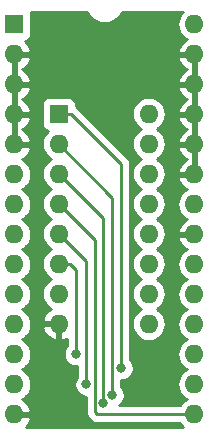
<source format=gbr>
G04 #@! TF.GenerationSoftware,KiCad,Pcbnew,(5.1.4)-1*
G04 #@! TF.CreationDate,2021-03-20T01:01:25-04:00*
G04 #@! TF.ProjectId,27c256_to_82s123,32376332-3536-45f7-946f-5f3832733132,rev?*
G04 #@! TF.SameCoordinates,Original*
G04 #@! TF.FileFunction,Copper,L2,Bot*
G04 #@! TF.FilePolarity,Positive*
%FSLAX46Y46*%
G04 Gerber Fmt 4.6, Leading zero omitted, Abs format (unit mm)*
G04 Created by KiCad (PCBNEW (5.1.4)-1) date 2021-03-20 01:01:25*
%MOMM*%
%LPD*%
G04 APERTURE LIST*
%ADD10R,1.600000X1.600000*%
%ADD11O,1.600000X1.600000*%
%ADD12C,0.800000*%
%ADD13C,0.250000*%
%ADD14C,0.254000*%
G04 APERTURE END LIST*
D10*
X161000000Y-94820000D03*
D11*
X168620000Y-112600000D03*
X161000000Y-97360000D03*
X168620000Y-110060000D03*
X161000000Y-99900000D03*
X168620000Y-107520000D03*
X161000000Y-102440000D03*
X168620000Y-104980000D03*
X161000000Y-104980000D03*
X168620000Y-102440000D03*
X161000000Y-107520000D03*
X168620000Y-99900000D03*
X161000000Y-110060000D03*
X168620000Y-97360000D03*
X161000000Y-112600000D03*
X168620000Y-94820000D03*
D10*
X157250000Y-87250000D03*
D11*
X172490000Y-120270000D03*
X157250000Y-89790000D03*
X172490000Y-117730000D03*
X157250000Y-92330000D03*
X172490000Y-115190000D03*
X157250000Y-94870000D03*
X172490000Y-112650000D03*
X157250000Y-97410000D03*
X172490000Y-110110000D03*
X157250000Y-99950000D03*
X172490000Y-107570000D03*
X157250000Y-102490000D03*
X172490000Y-105030000D03*
X157250000Y-105030000D03*
X172490000Y-102490000D03*
X157250000Y-107570000D03*
X172490000Y-99950000D03*
X157250000Y-110110000D03*
X172490000Y-97410000D03*
X157250000Y-112650000D03*
X172490000Y-94870000D03*
X157250000Y-115190000D03*
X172490000Y-92330000D03*
X157250000Y-117730000D03*
X172490000Y-89790000D03*
X157250000Y-120270000D03*
X172490000Y-87250000D03*
D12*
X166310000Y-116350000D03*
X165550000Y-118640000D03*
X164790001Y-119345000D03*
X162450000Y-115180000D03*
X163340000Y-117730000D03*
D13*
X162050000Y-94820000D02*
X161000000Y-94820000D01*
X166310000Y-99080000D02*
X162050000Y-94820000D01*
X166310000Y-116350000D02*
X166310000Y-99080000D01*
X165550000Y-101910000D02*
X161000000Y-97360000D01*
X165550000Y-118640000D02*
X165550000Y-101910000D01*
X164790001Y-118779315D02*
X164780000Y-118769314D01*
X164790001Y-119345000D02*
X164790001Y-118779315D01*
X164780000Y-103680000D02*
X164780000Y-103940000D01*
X161000000Y-99900000D02*
X164780000Y-103680000D01*
X164780000Y-118769314D02*
X164780000Y-103940000D01*
X164065001Y-105505001D02*
X161000000Y-102440000D01*
X164065001Y-120075001D02*
X164065001Y-105505001D01*
X164260000Y-120270000D02*
X164065001Y-120075001D01*
X172490000Y-120270000D02*
X164260000Y-120270000D01*
X161920000Y-107520000D02*
X161000000Y-107520000D01*
X162450000Y-115180000D02*
X162450000Y-108050000D01*
X162450000Y-108050000D02*
X161920000Y-107520000D01*
X161000000Y-104980000D02*
X163340000Y-107320000D01*
X163340000Y-107320000D02*
X163340000Y-116770000D01*
X163340000Y-116770000D02*
X163340000Y-117730000D01*
D14*
G36*
X163372461Y-86189417D02*
G01*
X163376788Y-86197553D01*
X163468686Y-86367514D01*
X163502108Y-86417063D01*
X163534889Y-86467159D01*
X163540714Y-86474300D01*
X163663873Y-86623174D01*
X163706309Y-86665315D01*
X163748172Y-86708064D01*
X163755272Y-86713938D01*
X163905002Y-86836055D01*
X163954811Y-86869147D01*
X164004183Y-86902954D01*
X164012290Y-86907337D01*
X164182887Y-86998046D01*
X164238205Y-87020846D01*
X164293176Y-87044407D01*
X164301979Y-87047132D01*
X164486947Y-87102977D01*
X164545632Y-87114597D01*
X164604140Y-87127033D01*
X164613303Y-87127996D01*
X164613305Y-87127996D01*
X164805597Y-87146850D01*
X164834418Y-87146850D01*
X164863077Y-87149964D01*
X164872292Y-87149996D01*
X164879203Y-87149972D01*
X164907891Y-87147058D01*
X164936731Y-87147260D01*
X164945902Y-87146360D01*
X165138058Y-87126163D01*
X165196648Y-87114136D01*
X165255410Y-87102927D01*
X165264232Y-87100264D01*
X165448805Y-87043129D01*
X165503922Y-87019960D01*
X165559417Y-86997539D01*
X165567546Y-86993216D01*
X165567550Y-86993214D01*
X165567553Y-86993212D01*
X165737514Y-86901314D01*
X165787063Y-86867892D01*
X165837159Y-86835111D01*
X165844300Y-86829286D01*
X165993174Y-86706127D01*
X166035315Y-86663691D01*
X166078064Y-86621828D01*
X166083938Y-86614728D01*
X166206055Y-86464998D01*
X166239147Y-86415189D01*
X166272954Y-86365817D01*
X166277337Y-86357710D01*
X166368046Y-86187113D01*
X166379221Y-86160000D01*
X171556165Y-86160000D01*
X171470392Y-86230392D01*
X171291068Y-86448899D01*
X171157818Y-86698192D01*
X171075764Y-86968691D01*
X171048057Y-87250000D01*
X171075764Y-87531309D01*
X171157818Y-87801808D01*
X171291068Y-88051101D01*
X171470392Y-88269608D01*
X171688899Y-88448932D01*
X171826682Y-88522579D01*
X171634869Y-88637615D01*
X171426481Y-88826586D01*
X171258963Y-89052580D01*
X171138754Y-89306913D01*
X171098096Y-89440961D01*
X171220085Y-89663000D01*
X172363000Y-89663000D01*
X172363000Y-89643000D01*
X172617000Y-89643000D01*
X172617000Y-89663000D01*
X172637000Y-89663000D01*
X172637000Y-89917000D01*
X172617000Y-89917000D01*
X172617000Y-92203000D01*
X172637000Y-92203000D01*
X172637000Y-92457000D01*
X172617000Y-92457000D01*
X172617000Y-94743000D01*
X172637000Y-94743000D01*
X172637000Y-94997000D01*
X172617000Y-94997000D01*
X172617000Y-97283000D01*
X172637000Y-97283000D01*
X172637000Y-97537000D01*
X172617000Y-97537000D01*
X172617000Y-99823000D01*
X172637000Y-99823000D01*
X172637000Y-100077000D01*
X172617000Y-100077000D01*
X172617000Y-100097000D01*
X172363000Y-100097000D01*
X172363000Y-100077000D01*
X171220085Y-100077000D01*
X171098096Y-100299039D01*
X171138754Y-100433087D01*
X171258963Y-100687420D01*
X171426481Y-100913414D01*
X171634869Y-101102385D01*
X171826682Y-101217421D01*
X171688899Y-101291068D01*
X171470392Y-101470392D01*
X171291068Y-101688899D01*
X171157818Y-101938192D01*
X171075764Y-102208691D01*
X171048057Y-102490000D01*
X171075764Y-102771309D01*
X171157818Y-103041808D01*
X171291068Y-103291101D01*
X171470392Y-103509608D01*
X171688899Y-103688932D01*
X171826682Y-103762579D01*
X171634869Y-103877615D01*
X171426481Y-104066586D01*
X171258963Y-104292580D01*
X171138754Y-104546913D01*
X171098096Y-104680961D01*
X171220085Y-104903000D01*
X172363000Y-104903000D01*
X172363000Y-104883000D01*
X172617000Y-104883000D01*
X172617000Y-104903000D01*
X172637000Y-104903000D01*
X172637000Y-105157000D01*
X172617000Y-105157000D01*
X172617000Y-105177000D01*
X172363000Y-105177000D01*
X172363000Y-105157000D01*
X171220085Y-105157000D01*
X171098096Y-105379039D01*
X171138754Y-105513087D01*
X171258963Y-105767420D01*
X171426481Y-105993414D01*
X171634869Y-106182385D01*
X171826682Y-106297421D01*
X171688899Y-106371068D01*
X171470392Y-106550392D01*
X171291068Y-106768899D01*
X171157818Y-107018192D01*
X171075764Y-107288691D01*
X171048057Y-107570000D01*
X171075764Y-107851309D01*
X171157818Y-108121808D01*
X171291068Y-108371101D01*
X171470392Y-108589608D01*
X171688899Y-108768932D01*
X171821858Y-108840000D01*
X171688899Y-108911068D01*
X171470392Y-109090392D01*
X171291068Y-109308899D01*
X171157818Y-109558192D01*
X171075764Y-109828691D01*
X171048057Y-110110000D01*
X171075764Y-110391309D01*
X171157818Y-110661808D01*
X171291068Y-110911101D01*
X171470392Y-111129608D01*
X171688899Y-111308932D01*
X171821858Y-111380000D01*
X171688899Y-111451068D01*
X171470392Y-111630392D01*
X171291068Y-111848899D01*
X171157818Y-112098192D01*
X171075764Y-112368691D01*
X171048057Y-112650000D01*
X171075764Y-112931309D01*
X171157818Y-113201808D01*
X171291068Y-113451101D01*
X171470392Y-113669608D01*
X171688899Y-113848932D01*
X171821858Y-113920000D01*
X171688899Y-113991068D01*
X171470392Y-114170392D01*
X171291068Y-114388899D01*
X171157818Y-114638192D01*
X171075764Y-114908691D01*
X171048057Y-115190000D01*
X171075764Y-115471309D01*
X171157818Y-115741808D01*
X171291068Y-115991101D01*
X171470392Y-116209608D01*
X171688899Y-116388932D01*
X171821858Y-116460000D01*
X171688899Y-116531068D01*
X171470392Y-116710392D01*
X171291068Y-116928899D01*
X171157818Y-117178192D01*
X171075764Y-117448691D01*
X171048057Y-117730000D01*
X171075764Y-118011309D01*
X171157818Y-118281808D01*
X171291068Y-118531101D01*
X171470392Y-118749608D01*
X171688899Y-118928932D01*
X171821858Y-119000000D01*
X171688899Y-119071068D01*
X171470392Y-119250392D01*
X171291068Y-119468899D01*
X171269099Y-119510000D01*
X166110903Y-119510000D01*
X166209774Y-119443937D01*
X166353937Y-119299774D01*
X166467205Y-119130256D01*
X166545226Y-118941898D01*
X166585000Y-118741939D01*
X166585000Y-118538061D01*
X166545226Y-118338102D01*
X166467205Y-118149744D01*
X166353937Y-117980226D01*
X166310000Y-117936289D01*
X166310000Y-117385000D01*
X166411939Y-117385000D01*
X166611898Y-117345226D01*
X166800256Y-117267205D01*
X166969774Y-117153937D01*
X167113937Y-117009774D01*
X167227205Y-116840256D01*
X167305226Y-116651898D01*
X167345000Y-116451939D01*
X167345000Y-116248061D01*
X167305226Y-116048102D01*
X167227205Y-115859744D01*
X167113937Y-115690226D01*
X167070000Y-115646289D01*
X167070000Y-99117325D01*
X167073676Y-99080000D01*
X167070000Y-99042675D01*
X167070000Y-99042667D01*
X167059003Y-98931014D01*
X167015546Y-98787753D01*
X166944974Y-98655724D01*
X166850001Y-98539999D01*
X166821003Y-98516201D01*
X163124802Y-94820000D01*
X167178057Y-94820000D01*
X167205764Y-95101309D01*
X167287818Y-95371808D01*
X167421068Y-95621101D01*
X167600392Y-95839608D01*
X167818899Y-96018932D01*
X167951858Y-96090000D01*
X167818899Y-96161068D01*
X167600392Y-96340392D01*
X167421068Y-96558899D01*
X167287818Y-96808192D01*
X167205764Y-97078691D01*
X167178057Y-97360000D01*
X167205764Y-97641309D01*
X167287818Y-97911808D01*
X167421068Y-98161101D01*
X167600392Y-98379608D01*
X167818899Y-98558932D01*
X167951858Y-98630000D01*
X167818899Y-98701068D01*
X167600392Y-98880392D01*
X167421068Y-99098899D01*
X167287818Y-99348192D01*
X167205764Y-99618691D01*
X167178057Y-99900000D01*
X167205764Y-100181309D01*
X167287818Y-100451808D01*
X167421068Y-100701101D01*
X167600392Y-100919608D01*
X167818899Y-101098932D01*
X167951858Y-101170000D01*
X167818899Y-101241068D01*
X167600392Y-101420392D01*
X167421068Y-101638899D01*
X167287818Y-101888192D01*
X167205764Y-102158691D01*
X167178057Y-102440000D01*
X167205764Y-102721309D01*
X167287818Y-102991808D01*
X167421068Y-103241101D01*
X167600392Y-103459608D01*
X167818899Y-103638932D01*
X167951858Y-103710000D01*
X167818899Y-103781068D01*
X167600392Y-103960392D01*
X167421068Y-104178899D01*
X167287818Y-104428192D01*
X167205764Y-104698691D01*
X167178057Y-104980000D01*
X167205764Y-105261309D01*
X167287818Y-105531808D01*
X167421068Y-105781101D01*
X167600392Y-105999608D01*
X167818899Y-106178932D01*
X167951858Y-106250000D01*
X167818899Y-106321068D01*
X167600392Y-106500392D01*
X167421068Y-106718899D01*
X167287818Y-106968192D01*
X167205764Y-107238691D01*
X167178057Y-107520000D01*
X167205764Y-107801309D01*
X167287818Y-108071808D01*
X167421068Y-108321101D01*
X167600392Y-108539608D01*
X167818899Y-108718932D01*
X167951858Y-108790000D01*
X167818899Y-108861068D01*
X167600392Y-109040392D01*
X167421068Y-109258899D01*
X167287818Y-109508192D01*
X167205764Y-109778691D01*
X167178057Y-110060000D01*
X167205764Y-110341309D01*
X167287818Y-110611808D01*
X167421068Y-110861101D01*
X167600392Y-111079608D01*
X167818899Y-111258932D01*
X167951858Y-111330000D01*
X167818899Y-111401068D01*
X167600392Y-111580392D01*
X167421068Y-111798899D01*
X167287818Y-112048192D01*
X167205764Y-112318691D01*
X167178057Y-112600000D01*
X167205764Y-112881309D01*
X167287818Y-113151808D01*
X167421068Y-113401101D01*
X167600392Y-113619608D01*
X167818899Y-113798932D01*
X168068192Y-113932182D01*
X168338691Y-114014236D01*
X168549508Y-114035000D01*
X168690492Y-114035000D01*
X168901309Y-114014236D01*
X169171808Y-113932182D01*
X169421101Y-113798932D01*
X169639608Y-113619608D01*
X169818932Y-113401101D01*
X169952182Y-113151808D01*
X170034236Y-112881309D01*
X170061943Y-112600000D01*
X170034236Y-112318691D01*
X169952182Y-112048192D01*
X169818932Y-111798899D01*
X169639608Y-111580392D01*
X169421101Y-111401068D01*
X169288142Y-111330000D01*
X169421101Y-111258932D01*
X169639608Y-111079608D01*
X169818932Y-110861101D01*
X169952182Y-110611808D01*
X170034236Y-110341309D01*
X170061943Y-110060000D01*
X170034236Y-109778691D01*
X169952182Y-109508192D01*
X169818932Y-109258899D01*
X169639608Y-109040392D01*
X169421101Y-108861068D01*
X169288142Y-108790000D01*
X169421101Y-108718932D01*
X169639608Y-108539608D01*
X169818932Y-108321101D01*
X169952182Y-108071808D01*
X170034236Y-107801309D01*
X170061943Y-107520000D01*
X170034236Y-107238691D01*
X169952182Y-106968192D01*
X169818932Y-106718899D01*
X169639608Y-106500392D01*
X169421101Y-106321068D01*
X169288142Y-106250000D01*
X169421101Y-106178932D01*
X169639608Y-105999608D01*
X169818932Y-105781101D01*
X169952182Y-105531808D01*
X170034236Y-105261309D01*
X170061943Y-104980000D01*
X170034236Y-104698691D01*
X169952182Y-104428192D01*
X169818932Y-104178899D01*
X169639608Y-103960392D01*
X169421101Y-103781068D01*
X169288142Y-103710000D01*
X169421101Y-103638932D01*
X169639608Y-103459608D01*
X169818932Y-103241101D01*
X169952182Y-102991808D01*
X170034236Y-102721309D01*
X170061943Y-102440000D01*
X170034236Y-102158691D01*
X169952182Y-101888192D01*
X169818932Y-101638899D01*
X169639608Y-101420392D01*
X169421101Y-101241068D01*
X169288142Y-101170000D01*
X169421101Y-101098932D01*
X169639608Y-100919608D01*
X169818932Y-100701101D01*
X169952182Y-100451808D01*
X170034236Y-100181309D01*
X170061943Y-99900000D01*
X170034236Y-99618691D01*
X169952182Y-99348192D01*
X169818932Y-99098899D01*
X169639608Y-98880392D01*
X169421101Y-98701068D01*
X169288142Y-98630000D01*
X169421101Y-98558932D01*
X169639608Y-98379608D01*
X169818932Y-98161101D01*
X169952182Y-97911808D01*
X169998523Y-97759039D01*
X171098096Y-97759039D01*
X171138754Y-97893087D01*
X171258963Y-98147420D01*
X171426481Y-98373414D01*
X171634869Y-98562385D01*
X171830982Y-98680000D01*
X171634869Y-98797615D01*
X171426481Y-98986586D01*
X171258963Y-99212580D01*
X171138754Y-99466913D01*
X171098096Y-99600961D01*
X171220085Y-99823000D01*
X172363000Y-99823000D01*
X172363000Y-97537000D01*
X171220085Y-97537000D01*
X171098096Y-97759039D01*
X169998523Y-97759039D01*
X170034236Y-97641309D01*
X170061943Y-97360000D01*
X170034236Y-97078691D01*
X169952182Y-96808192D01*
X169818932Y-96558899D01*
X169639608Y-96340392D01*
X169421101Y-96161068D01*
X169288142Y-96090000D01*
X169421101Y-96018932D01*
X169639608Y-95839608D01*
X169818932Y-95621101D01*
X169952182Y-95371808D01*
X169998523Y-95219039D01*
X171098096Y-95219039D01*
X171138754Y-95353087D01*
X171258963Y-95607420D01*
X171426481Y-95833414D01*
X171634869Y-96022385D01*
X171830982Y-96140000D01*
X171634869Y-96257615D01*
X171426481Y-96446586D01*
X171258963Y-96672580D01*
X171138754Y-96926913D01*
X171098096Y-97060961D01*
X171220085Y-97283000D01*
X172363000Y-97283000D01*
X172363000Y-94997000D01*
X171220085Y-94997000D01*
X171098096Y-95219039D01*
X169998523Y-95219039D01*
X170034236Y-95101309D01*
X170061943Y-94820000D01*
X170034236Y-94538691D01*
X169952182Y-94268192D01*
X169818932Y-94018899D01*
X169639608Y-93800392D01*
X169421101Y-93621068D01*
X169171808Y-93487818D01*
X168901309Y-93405764D01*
X168690492Y-93385000D01*
X168549508Y-93385000D01*
X168338691Y-93405764D01*
X168068192Y-93487818D01*
X167818899Y-93621068D01*
X167600392Y-93800392D01*
X167421068Y-94018899D01*
X167287818Y-94268192D01*
X167205764Y-94538691D01*
X167178057Y-94820000D01*
X163124802Y-94820000D01*
X162613804Y-94309003D01*
X162590001Y-94279999D01*
X162474276Y-94185026D01*
X162438072Y-94165674D01*
X162438072Y-94020000D01*
X162425812Y-93895518D01*
X162389502Y-93775820D01*
X162330537Y-93665506D01*
X162251185Y-93568815D01*
X162154494Y-93489463D01*
X162044180Y-93430498D01*
X161924482Y-93394188D01*
X161800000Y-93381928D01*
X160200000Y-93381928D01*
X160075518Y-93394188D01*
X159955820Y-93430498D01*
X159845506Y-93489463D01*
X159748815Y-93568815D01*
X159669463Y-93665506D01*
X159610498Y-93775820D01*
X159574188Y-93895518D01*
X159561928Y-94020000D01*
X159561928Y-95620000D01*
X159574188Y-95744482D01*
X159610498Y-95864180D01*
X159669463Y-95974494D01*
X159748815Y-96071185D01*
X159845506Y-96150537D01*
X159955820Y-96209502D01*
X160075518Y-96245812D01*
X160093482Y-96247581D01*
X159980392Y-96340392D01*
X159801068Y-96558899D01*
X159667818Y-96808192D01*
X159585764Y-97078691D01*
X159558057Y-97360000D01*
X159585764Y-97641309D01*
X159667818Y-97911808D01*
X159801068Y-98161101D01*
X159980392Y-98379608D01*
X160198899Y-98558932D01*
X160331858Y-98630000D01*
X160198899Y-98701068D01*
X159980392Y-98880392D01*
X159801068Y-99098899D01*
X159667818Y-99348192D01*
X159585764Y-99618691D01*
X159558057Y-99900000D01*
X159585764Y-100181309D01*
X159667818Y-100451808D01*
X159801068Y-100701101D01*
X159980392Y-100919608D01*
X160198899Y-101098932D01*
X160331858Y-101170000D01*
X160198899Y-101241068D01*
X159980392Y-101420392D01*
X159801068Y-101638899D01*
X159667818Y-101888192D01*
X159585764Y-102158691D01*
X159558057Y-102440000D01*
X159585764Y-102721309D01*
X159667818Y-102991808D01*
X159801068Y-103241101D01*
X159980392Y-103459608D01*
X160198899Y-103638932D01*
X160331858Y-103710000D01*
X160198899Y-103781068D01*
X159980392Y-103960392D01*
X159801068Y-104178899D01*
X159667818Y-104428192D01*
X159585764Y-104698691D01*
X159558057Y-104980000D01*
X159585764Y-105261309D01*
X159667818Y-105531808D01*
X159801068Y-105781101D01*
X159980392Y-105999608D01*
X160198899Y-106178932D01*
X160331858Y-106250000D01*
X160198899Y-106321068D01*
X159980392Y-106500392D01*
X159801068Y-106718899D01*
X159667818Y-106968192D01*
X159585764Y-107238691D01*
X159558057Y-107520000D01*
X159585764Y-107801309D01*
X159667818Y-108071808D01*
X159801068Y-108321101D01*
X159980392Y-108539608D01*
X160198899Y-108718932D01*
X160331858Y-108790000D01*
X160198899Y-108861068D01*
X159980392Y-109040392D01*
X159801068Y-109258899D01*
X159667818Y-109508192D01*
X159585764Y-109778691D01*
X159558057Y-110060000D01*
X159585764Y-110341309D01*
X159667818Y-110611808D01*
X159801068Y-110861101D01*
X159980392Y-111079608D01*
X160198899Y-111258932D01*
X160336682Y-111332579D01*
X160144869Y-111447615D01*
X159936481Y-111636586D01*
X159768963Y-111862580D01*
X159648754Y-112116913D01*
X159608096Y-112250961D01*
X159730085Y-112473000D01*
X160873000Y-112473000D01*
X160873000Y-112453000D01*
X161127000Y-112453000D01*
X161127000Y-112473000D01*
X161147000Y-112473000D01*
X161147000Y-112727000D01*
X161127000Y-112727000D01*
X161127000Y-113870624D01*
X161349040Y-113991909D01*
X161613881Y-113897070D01*
X161690000Y-113851419D01*
X161690000Y-114476289D01*
X161646063Y-114520226D01*
X161532795Y-114689744D01*
X161454774Y-114878102D01*
X161415000Y-115078061D01*
X161415000Y-115281939D01*
X161454774Y-115481898D01*
X161532795Y-115670256D01*
X161646063Y-115839774D01*
X161790226Y-115983937D01*
X161959744Y-116097205D01*
X162148102Y-116175226D01*
X162348061Y-116215000D01*
X162551939Y-116215000D01*
X162580001Y-116209418D01*
X162580001Y-116732658D01*
X162580000Y-116732668D01*
X162580000Y-117026289D01*
X162536063Y-117070226D01*
X162422795Y-117239744D01*
X162344774Y-117428102D01*
X162305000Y-117628061D01*
X162305000Y-117831939D01*
X162344774Y-118031898D01*
X162422795Y-118220256D01*
X162536063Y-118389774D01*
X162680226Y-118533937D01*
X162849744Y-118647205D01*
X163038102Y-118725226D01*
X163238061Y-118765000D01*
X163305001Y-118765000D01*
X163305001Y-120037679D01*
X163301325Y-120075001D01*
X163305001Y-120112323D01*
X163305001Y-120112333D01*
X163315998Y-120223986D01*
X163359455Y-120367247D01*
X163430027Y-120499277D01*
X163469872Y-120547827D01*
X163525000Y-120615002D01*
X163554004Y-120638805D01*
X163696196Y-120780997D01*
X163719999Y-120810001D01*
X163835724Y-120904974D01*
X163967753Y-120975546D01*
X164111014Y-121019003D01*
X164222667Y-121030000D01*
X164222676Y-121030000D01*
X164259999Y-121033676D01*
X164297322Y-121030000D01*
X171269099Y-121030000D01*
X171291068Y-121071101D01*
X171470392Y-121289608D01*
X171531795Y-121340000D01*
X158195981Y-121340000D01*
X158313519Y-121233414D01*
X158481037Y-121007420D01*
X158601246Y-120753087D01*
X158641904Y-120619039D01*
X158519915Y-120397000D01*
X157377000Y-120397000D01*
X157377000Y-120417000D01*
X157123000Y-120417000D01*
X157123000Y-120397000D01*
X157103000Y-120397000D01*
X157103000Y-120143000D01*
X157123000Y-120143000D01*
X157123000Y-120123000D01*
X157377000Y-120123000D01*
X157377000Y-120143000D01*
X158519915Y-120143000D01*
X158641904Y-119920961D01*
X158601246Y-119786913D01*
X158481037Y-119532580D01*
X158313519Y-119306586D01*
X158105131Y-119117615D01*
X157913318Y-119002579D01*
X158051101Y-118928932D01*
X158269608Y-118749608D01*
X158448932Y-118531101D01*
X158582182Y-118281808D01*
X158664236Y-118011309D01*
X158691943Y-117730000D01*
X158664236Y-117448691D01*
X158582182Y-117178192D01*
X158448932Y-116928899D01*
X158269608Y-116710392D01*
X158051101Y-116531068D01*
X157918142Y-116460000D01*
X158051101Y-116388932D01*
X158269608Y-116209608D01*
X158448932Y-115991101D01*
X158582182Y-115741808D01*
X158664236Y-115471309D01*
X158691943Y-115190000D01*
X158664236Y-114908691D01*
X158582182Y-114638192D01*
X158448932Y-114388899D01*
X158269608Y-114170392D01*
X158051101Y-113991068D01*
X157918142Y-113920000D01*
X158051101Y-113848932D01*
X158269608Y-113669608D01*
X158448932Y-113451101D01*
X158582182Y-113201808D01*
X158658857Y-112949039D01*
X159608096Y-112949039D01*
X159648754Y-113083087D01*
X159768963Y-113337420D01*
X159936481Y-113563414D01*
X160144869Y-113752385D01*
X160386119Y-113897070D01*
X160650960Y-113991909D01*
X160873000Y-113870624D01*
X160873000Y-112727000D01*
X159730085Y-112727000D01*
X159608096Y-112949039D01*
X158658857Y-112949039D01*
X158664236Y-112931309D01*
X158691943Y-112650000D01*
X158664236Y-112368691D01*
X158582182Y-112098192D01*
X158448932Y-111848899D01*
X158269608Y-111630392D01*
X158051101Y-111451068D01*
X157918142Y-111380000D01*
X158051101Y-111308932D01*
X158269608Y-111129608D01*
X158448932Y-110911101D01*
X158582182Y-110661808D01*
X158664236Y-110391309D01*
X158691943Y-110110000D01*
X158664236Y-109828691D01*
X158582182Y-109558192D01*
X158448932Y-109308899D01*
X158269608Y-109090392D01*
X158051101Y-108911068D01*
X157918142Y-108840000D01*
X158051101Y-108768932D01*
X158269608Y-108589608D01*
X158448932Y-108371101D01*
X158582182Y-108121808D01*
X158664236Y-107851309D01*
X158691943Y-107570000D01*
X158664236Y-107288691D01*
X158582182Y-107018192D01*
X158448932Y-106768899D01*
X158269608Y-106550392D01*
X158051101Y-106371068D01*
X157918142Y-106300000D01*
X158051101Y-106228932D01*
X158269608Y-106049608D01*
X158448932Y-105831101D01*
X158582182Y-105581808D01*
X158664236Y-105311309D01*
X158691943Y-105030000D01*
X158664236Y-104748691D01*
X158582182Y-104478192D01*
X158448932Y-104228899D01*
X158269608Y-104010392D01*
X158051101Y-103831068D01*
X157918142Y-103760000D01*
X158051101Y-103688932D01*
X158269608Y-103509608D01*
X158448932Y-103291101D01*
X158582182Y-103041808D01*
X158664236Y-102771309D01*
X158691943Y-102490000D01*
X158664236Y-102208691D01*
X158582182Y-101938192D01*
X158448932Y-101688899D01*
X158269608Y-101470392D01*
X158051101Y-101291068D01*
X157918142Y-101220000D01*
X158051101Y-101148932D01*
X158269608Y-100969608D01*
X158448932Y-100751101D01*
X158582182Y-100501808D01*
X158664236Y-100231309D01*
X158691943Y-99950000D01*
X158664236Y-99668691D01*
X158582182Y-99398192D01*
X158448932Y-99148899D01*
X158269608Y-98930392D01*
X158051101Y-98751068D01*
X157913318Y-98677421D01*
X158105131Y-98562385D01*
X158313519Y-98373414D01*
X158481037Y-98147420D01*
X158601246Y-97893087D01*
X158641904Y-97759039D01*
X158519915Y-97537000D01*
X157377000Y-97537000D01*
X157377000Y-97557000D01*
X157123000Y-97557000D01*
X157123000Y-97537000D01*
X157103000Y-97537000D01*
X157103000Y-97283000D01*
X157123000Y-97283000D01*
X157123000Y-94997000D01*
X157377000Y-94997000D01*
X157377000Y-97283000D01*
X158519915Y-97283000D01*
X158641904Y-97060961D01*
X158601246Y-96926913D01*
X158481037Y-96672580D01*
X158313519Y-96446586D01*
X158105131Y-96257615D01*
X157909018Y-96140000D01*
X158105131Y-96022385D01*
X158313519Y-95833414D01*
X158481037Y-95607420D01*
X158601246Y-95353087D01*
X158641904Y-95219039D01*
X158519915Y-94997000D01*
X157377000Y-94997000D01*
X157123000Y-94997000D01*
X157103000Y-94997000D01*
X157103000Y-94743000D01*
X157123000Y-94743000D01*
X157123000Y-92457000D01*
X157377000Y-92457000D01*
X157377000Y-94743000D01*
X158519915Y-94743000D01*
X158641904Y-94520961D01*
X158601246Y-94386913D01*
X158481037Y-94132580D01*
X158313519Y-93906586D01*
X158105131Y-93717615D01*
X157909018Y-93600000D01*
X158105131Y-93482385D01*
X158313519Y-93293414D01*
X158481037Y-93067420D01*
X158601246Y-92813087D01*
X158641904Y-92679039D01*
X171098096Y-92679039D01*
X171138754Y-92813087D01*
X171258963Y-93067420D01*
X171426481Y-93293414D01*
X171634869Y-93482385D01*
X171830982Y-93600000D01*
X171634869Y-93717615D01*
X171426481Y-93906586D01*
X171258963Y-94132580D01*
X171138754Y-94386913D01*
X171098096Y-94520961D01*
X171220085Y-94743000D01*
X172363000Y-94743000D01*
X172363000Y-92457000D01*
X171220085Y-92457000D01*
X171098096Y-92679039D01*
X158641904Y-92679039D01*
X158519915Y-92457000D01*
X157377000Y-92457000D01*
X157123000Y-92457000D01*
X157103000Y-92457000D01*
X157103000Y-92203000D01*
X157123000Y-92203000D01*
X157123000Y-89917000D01*
X157377000Y-89917000D01*
X157377000Y-92203000D01*
X158519915Y-92203000D01*
X158641904Y-91980961D01*
X158601246Y-91846913D01*
X158481037Y-91592580D01*
X158313519Y-91366586D01*
X158105131Y-91177615D01*
X157909018Y-91060000D01*
X158105131Y-90942385D01*
X158313519Y-90753414D01*
X158481037Y-90527420D01*
X158601246Y-90273087D01*
X158641904Y-90139039D01*
X171098096Y-90139039D01*
X171138754Y-90273087D01*
X171258963Y-90527420D01*
X171426481Y-90753414D01*
X171634869Y-90942385D01*
X171830982Y-91060000D01*
X171634869Y-91177615D01*
X171426481Y-91366586D01*
X171258963Y-91592580D01*
X171138754Y-91846913D01*
X171098096Y-91980961D01*
X171220085Y-92203000D01*
X172363000Y-92203000D01*
X172363000Y-89917000D01*
X171220085Y-89917000D01*
X171098096Y-90139039D01*
X158641904Y-90139039D01*
X158519915Y-89917000D01*
X157377000Y-89917000D01*
X157123000Y-89917000D01*
X157103000Y-89917000D01*
X157103000Y-89663000D01*
X157123000Y-89663000D01*
X157123000Y-89643000D01*
X157377000Y-89643000D01*
X157377000Y-89663000D01*
X158519915Y-89663000D01*
X158641904Y-89440961D01*
X158601246Y-89306913D01*
X158481037Y-89052580D01*
X158313519Y-88826586D01*
X158149920Y-88678231D01*
X158174482Y-88675812D01*
X158294180Y-88639502D01*
X158404494Y-88580537D01*
X158501185Y-88501185D01*
X158580537Y-88404494D01*
X158639502Y-88294180D01*
X158675812Y-88174482D01*
X158688072Y-88050000D01*
X158688072Y-86450000D01*
X158675812Y-86325518D01*
X158639502Y-86205820D01*
X158615010Y-86160000D01*
X163360576Y-86160000D01*
X163372461Y-86189417D01*
X163372461Y-86189417D01*
G37*
X163372461Y-86189417D02*
X163376788Y-86197553D01*
X163468686Y-86367514D01*
X163502108Y-86417063D01*
X163534889Y-86467159D01*
X163540714Y-86474300D01*
X163663873Y-86623174D01*
X163706309Y-86665315D01*
X163748172Y-86708064D01*
X163755272Y-86713938D01*
X163905002Y-86836055D01*
X163954811Y-86869147D01*
X164004183Y-86902954D01*
X164012290Y-86907337D01*
X164182887Y-86998046D01*
X164238205Y-87020846D01*
X164293176Y-87044407D01*
X164301979Y-87047132D01*
X164486947Y-87102977D01*
X164545632Y-87114597D01*
X164604140Y-87127033D01*
X164613303Y-87127996D01*
X164613305Y-87127996D01*
X164805597Y-87146850D01*
X164834418Y-87146850D01*
X164863077Y-87149964D01*
X164872292Y-87149996D01*
X164879203Y-87149972D01*
X164907891Y-87147058D01*
X164936731Y-87147260D01*
X164945902Y-87146360D01*
X165138058Y-87126163D01*
X165196648Y-87114136D01*
X165255410Y-87102927D01*
X165264232Y-87100264D01*
X165448805Y-87043129D01*
X165503922Y-87019960D01*
X165559417Y-86997539D01*
X165567546Y-86993216D01*
X165567550Y-86993214D01*
X165567553Y-86993212D01*
X165737514Y-86901314D01*
X165787063Y-86867892D01*
X165837159Y-86835111D01*
X165844300Y-86829286D01*
X165993174Y-86706127D01*
X166035315Y-86663691D01*
X166078064Y-86621828D01*
X166083938Y-86614728D01*
X166206055Y-86464998D01*
X166239147Y-86415189D01*
X166272954Y-86365817D01*
X166277337Y-86357710D01*
X166368046Y-86187113D01*
X166379221Y-86160000D01*
X171556165Y-86160000D01*
X171470392Y-86230392D01*
X171291068Y-86448899D01*
X171157818Y-86698192D01*
X171075764Y-86968691D01*
X171048057Y-87250000D01*
X171075764Y-87531309D01*
X171157818Y-87801808D01*
X171291068Y-88051101D01*
X171470392Y-88269608D01*
X171688899Y-88448932D01*
X171826682Y-88522579D01*
X171634869Y-88637615D01*
X171426481Y-88826586D01*
X171258963Y-89052580D01*
X171138754Y-89306913D01*
X171098096Y-89440961D01*
X171220085Y-89663000D01*
X172363000Y-89663000D01*
X172363000Y-89643000D01*
X172617000Y-89643000D01*
X172617000Y-89663000D01*
X172637000Y-89663000D01*
X172637000Y-89917000D01*
X172617000Y-89917000D01*
X172617000Y-92203000D01*
X172637000Y-92203000D01*
X172637000Y-92457000D01*
X172617000Y-92457000D01*
X172617000Y-94743000D01*
X172637000Y-94743000D01*
X172637000Y-94997000D01*
X172617000Y-94997000D01*
X172617000Y-97283000D01*
X172637000Y-97283000D01*
X172637000Y-97537000D01*
X172617000Y-97537000D01*
X172617000Y-99823000D01*
X172637000Y-99823000D01*
X172637000Y-100077000D01*
X172617000Y-100077000D01*
X172617000Y-100097000D01*
X172363000Y-100097000D01*
X172363000Y-100077000D01*
X171220085Y-100077000D01*
X171098096Y-100299039D01*
X171138754Y-100433087D01*
X171258963Y-100687420D01*
X171426481Y-100913414D01*
X171634869Y-101102385D01*
X171826682Y-101217421D01*
X171688899Y-101291068D01*
X171470392Y-101470392D01*
X171291068Y-101688899D01*
X171157818Y-101938192D01*
X171075764Y-102208691D01*
X171048057Y-102490000D01*
X171075764Y-102771309D01*
X171157818Y-103041808D01*
X171291068Y-103291101D01*
X171470392Y-103509608D01*
X171688899Y-103688932D01*
X171826682Y-103762579D01*
X171634869Y-103877615D01*
X171426481Y-104066586D01*
X171258963Y-104292580D01*
X171138754Y-104546913D01*
X171098096Y-104680961D01*
X171220085Y-104903000D01*
X172363000Y-104903000D01*
X172363000Y-104883000D01*
X172617000Y-104883000D01*
X172617000Y-104903000D01*
X172637000Y-104903000D01*
X172637000Y-105157000D01*
X172617000Y-105157000D01*
X172617000Y-105177000D01*
X172363000Y-105177000D01*
X172363000Y-105157000D01*
X171220085Y-105157000D01*
X171098096Y-105379039D01*
X171138754Y-105513087D01*
X171258963Y-105767420D01*
X171426481Y-105993414D01*
X171634869Y-106182385D01*
X171826682Y-106297421D01*
X171688899Y-106371068D01*
X171470392Y-106550392D01*
X171291068Y-106768899D01*
X171157818Y-107018192D01*
X171075764Y-107288691D01*
X171048057Y-107570000D01*
X171075764Y-107851309D01*
X171157818Y-108121808D01*
X171291068Y-108371101D01*
X171470392Y-108589608D01*
X171688899Y-108768932D01*
X171821858Y-108840000D01*
X171688899Y-108911068D01*
X171470392Y-109090392D01*
X171291068Y-109308899D01*
X171157818Y-109558192D01*
X171075764Y-109828691D01*
X171048057Y-110110000D01*
X171075764Y-110391309D01*
X171157818Y-110661808D01*
X171291068Y-110911101D01*
X171470392Y-111129608D01*
X171688899Y-111308932D01*
X171821858Y-111380000D01*
X171688899Y-111451068D01*
X171470392Y-111630392D01*
X171291068Y-111848899D01*
X171157818Y-112098192D01*
X171075764Y-112368691D01*
X171048057Y-112650000D01*
X171075764Y-112931309D01*
X171157818Y-113201808D01*
X171291068Y-113451101D01*
X171470392Y-113669608D01*
X171688899Y-113848932D01*
X171821858Y-113920000D01*
X171688899Y-113991068D01*
X171470392Y-114170392D01*
X171291068Y-114388899D01*
X171157818Y-114638192D01*
X171075764Y-114908691D01*
X171048057Y-115190000D01*
X171075764Y-115471309D01*
X171157818Y-115741808D01*
X171291068Y-115991101D01*
X171470392Y-116209608D01*
X171688899Y-116388932D01*
X171821858Y-116460000D01*
X171688899Y-116531068D01*
X171470392Y-116710392D01*
X171291068Y-116928899D01*
X171157818Y-117178192D01*
X171075764Y-117448691D01*
X171048057Y-117730000D01*
X171075764Y-118011309D01*
X171157818Y-118281808D01*
X171291068Y-118531101D01*
X171470392Y-118749608D01*
X171688899Y-118928932D01*
X171821858Y-119000000D01*
X171688899Y-119071068D01*
X171470392Y-119250392D01*
X171291068Y-119468899D01*
X171269099Y-119510000D01*
X166110903Y-119510000D01*
X166209774Y-119443937D01*
X166353937Y-119299774D01*
X166467205Y-119130256D01*
X166545226Y-118941898D01*
X166585000Y-118741939D01*
X166585000Y-118538061D01*
X166545226Y-118338102D01*
X166467205Y-118149744D01*
X166353937Y-117980226D01*
X166310000Y-117936289D01*
X166310000Y-117385000D01*
X166411939Y-117385000D01*
X166611898Y-117345226D01*
X166800256Y-117267205D01*
X166969774Y-117153937D01*
X167113937Y-117009774D01*
X167227205Y-116840256D01*
X167305226Y-116651898D01*
X167345000Y-116451939D01*
X167345000Y-116248061D01*
X167305226Y-116048102D01*
X167227205Y-115859744D01*
X167113937Y-115690226D01*
X167070000Y-115646289D01*
X167070000Y-99117325D01*
X167073676Y-99080000D01*
X167070000Y-99042675D01*
X167070000Y-99042667D01*
X167059003Y-98931014D01*
X167015546Y-98787753D01*
X166944974Y-98655724D01*
X166850001Y-98539999D01*
X166821003Y-98516201D01*
X163124802Y-94820000D01*
X167178057Y-94820000D01*
X167205764Y-95101309D01*
X167287818Y-95371808D01*
X167421068Y-95621101D01*
X167600392Y-95839608D01*
X167818899Y-96018932D01*
X167951858Y-96090000D01*
X167818899Y-96161068D01*
X167600392Y-96340392D01*
X167421068Y-96558899D01*
X167287818Y-96808192D01*
X167205764Y-97078691D01*
X167178057Y-97360000D01*
X167205764Y-97641309D01*
X167287818Y-97911808D01*
X167421068Y-98161101D01*
X167600392Y-98379608D01*
X167818899Y-98558932D01*
X167951858Y-98630000D01*
X167818899Y-98701068D01*
X167600392Y-98880392D01*
X167421068Y-99098899D01*
X167287818Y-99348192D01*
X167205764Y-99618691D01*
X167178057Y-99900000D01*
X167205764Y-100181309D01*
X167287818Y-100451808D01*
X167421068Y-100701101D01*
X167600392Y-100919608D01*
X167818899Y-101098932D01*
X167951858Y-101170000D01*
X167818899Y-101241068D01*
X167600392Y-101420392D01*
X167421068Y-101638899D01*
X167287818Y-101888192D01*
X167205764Y-102158691D01*
X167178057Y-102440000D01*
X167205764Y-102721309D01*
X167287818Y-102991808D01*
X167421068Y-103241101D01*
X167600392Y-103459608D01*
X167818899Y-103638932D01*
X167951858Y-103710000D01*
X167818899Y-103781068D01*
X167600392Y-103960392D01*
X167421068Y-104178899D01*
X167287818Y-104428192D01*
X167205764Y-104698691D01*
X167178057Y-104980000D01*
X167205764Y-105261309D01*
X167287818Y-105531808D01*
X167421068Y-105781101D01*
X167600392Y-105999608D01*
X167818899Y-106178932D01*
X167951858Y-106250000D01*
X167818899Y-106321068D01*
X167600392Y-106500392D01*
X167421068Y-106718899D01*
X167287818Y-106968192D01*
X167205764Y-107238691D01*
X167178057Y-107520000D01*
X167205764Y-107801309D01*
X167287818Y-108071808D01*
X167421068Y-108321101D01*
X167600392Y-108539608D01*
X167818899Y-108718932D01*
X167951858Y-108790000D01*
X167818899Y-108861068D01*
X167600392Y-109040392D01*
X167421068Y-109258899D01*
X167287818Y-109508192D01*
X167205764Y-109778691D01*
X167178057Y-110060000D01*
X167205764Y-110341309D01*
X167287818Y-110611808D01*
X167421068Y-110861101D01*
X167600392Y-111079608D01*
X167818899Y-111258932D01*
X167951858Y-111330000D01*
X167818899Y-111401068D01*
X167600392Y-111580392D01*
X167421068Y-111798899D01*
X167287818Y-112048192D01*
X167205764Y-112318691D01*
X167178057Y-112600000D01*
X167205764Y-112881309D01*
X167287818Y-113151808D01*
X167421068Y-113401101D01*
X167600392Y-113619608D01*
X167818899Y-113798932D01*
X168068192Y-113932182D01*
X168338691Y-114014236D01*
X168549508Y-114035000D01*
X168690492Y-114035000D01*
X168901309Y-114014236D01*
X169171808Y-113932182D01*
X169421101Y-113798932D01*
X169639608Y-113619608D01*
X169818932Y-113401101D01*
X169952182Y-113151808D01*
X170034236Y-112881309D01*
X170061943Y-112600000D01*
X170034236Y-112318691D01*
X169952182Y-112048192D01*
X169818932Y-111798899D01*
X169639608Y-111580392D01*
X169421101Y-111401068D01*
X169288142Y-111330000D01*
X169421101Y-111258932D01*
X169639608Y-111079608D01*
X169818932Y-110861101D01*
X169952182Y-110611808D01*
X170034236Y-110341309D01*
X170061943Y-110060000D01*
X170034236Y-109778691D01*
X169952182Y-109508192D01*
X169818932Y-109258899D01*
X169639608Y-109040392D01*
X169421101Y-108861068D01*
X169288142Y-108790000D01*
X169421101Y-108718932D01*
X169639608Y-108539608D01*
X169818932Y-108321101D01*
X169952182Y-108071808D01*
X170034236Y-107801309D01*
X170061943Y-107520000D01*
X170034236Y-107238691D01*
X169952182Y-106968192D01*
X169818932Y-106718899D01*
X169639608Y-106500392D01*
X169421101Y-106321068D01*
X169288142Y-106250000D01*
X169421101Y-106178932D01*
X169639608Y-105999608D01*
X169818932Y-105781101D01*
X169952182Y-105531808D01*
X170034236Y-105261309D01*
X170061943Y-104980000D01*
X170034236Y-104698691D01*
X169952182Y-104428192D01*
X169818932Y-104178899D01*
X169639608Y-103960392D01*
X169421101Y-103781068D01*
X169288142Y-103710000D01*
X169421101Y-103638932D01*
X169639608Y-103459608D01*
X169818932Y-103241101D01*
X169952182Y-102991808D01*
X170034236Y-102721309D01*
X170061943Y-102440000D01*
X170034236Y-102158691D01*
X169952182Y-101888192D01*
X169818932Y-101638899D01*
X169639608Y-101420392D01*
X169421101Y-101241068D01*
X169288142Y-101170000D01*
X169421101Y-101098932D01*
X169639608Y-100919608D01*
X169818932Y-100701101D01*
X169952182Y-100451808D01*
X170034236Y-100181309D01*
X170061943Y-99900000D01*
X170034236Y-99618691D01*
X169952182Y-99348192D01*
X169818932Y-99098899D01*
X169639608Y-98880392D01*
X169421101Y-98701068D01*
X169288142Y-98630000D01*
X169421101Y-98558932D01*
X169639608Y-98379608D01*
X169818932Y-98161101D01*
X169952182Y-97911808D01*
X169998523Y-97759039D01*
X171098096Y-97759039D01*
X171138754Y-97893087D01*
X171258963Y-98147420D01*
X171426481Y-98373414D01*
X171634869Y-98562385D01*
X171830982Y-98680000D01*
X171634869Y-98797615D01*
X171426481Y-98986586D01*
X171258963Y-99212580D01*
X171138754Y-99466913D01*
X171098096Y-99600961D01*
X171220085Y-99823000D01*
X172363000Y-99823000D01*
X172363000Y-97537000D01*
X171220085Y-97537000D01*
X171098096Y-97759039D01*
X169998523Y-97759039D01*
X170034236Y-97641309D01*
X170061943Y-97360000D01*
X170034236Y-97078691D01*
X169952182Y-96808192D01*
X169818932Y-96558899D01*
X169639608Y-96340392D01*
X169421101Y-96161068D01*
X169288142Y-96090000D01*
X169421101Y-96018932D01*
X169639608Y-95839608D01*
X169818932Y-95621101D01*
X169952182Y-95371808D01*
X169998523Y-95219039D01*
X171098096Y-95219039D01*
X171138754Y-95353087D01*
X171258963Y-95607420D01*
X171426481Y-95833414D01*
X171634869Y-96022385D01*
X171830982Y-96140000D01*
X171634869Y-96257615D01*
X171426481Y-96446586D01*
X171258963Y-96672580D01*
X171138754Y-96926913D01*
X171098096Y-97060961D01*
X171220085Y-97283000D01*
X172363000Y-97283000D01*
X172363000Y-94997000D01*
X171220085Y-94997000D01*
X171098096Y-95219039D01*
X169998523Y-95219039D01*
X170034236Y-95101309D01*
X170061943Y-94820000D01*
X170034236Y-94538691D01*
X169952182Y-94268192D01*
X169818932Y-94018899D01*
X169639608Y-93800392D01*
X169421101Y-93621068D01*
X169171808Y-93487818D01*
X168901309Y-93405764D01*
X168690492Y-93385000D01*
X168549508Y-93385000D01*
X168338691Y-93405764D01*
X168068192Y-93487818D01*
X167818899Y-93621068D01*
X167600392Y-93800392D01*
X167421068Y-94018899D01*
X167287818Y-94268192D01*
X167205764Y-94538691D01*
X167178057Y-94820000D01*
X163124802Y-94820000D01*
X162613804Y-94309003D01*
X162590001Y-94279999D01*
X162474276Y-94185026D01*
X162438072Y-94165674D01*
X162438072Y-94020000D01*
X162425812Y-93895518D01*
X162389502Y-93775820D01*
X162330537Y-93665506D01*
X162251185Y-93568815D01*
X162154494Y-93489463D01*
X162044180Y-93430498D01*
X161924482Y-93394188D01*
X161800000Y-93381928D01*
X160200000Y-93381928D01*
X160075518Y-93394188D01*
X159955820Y-93430498D01*
X159845506Y-93489463D01*
X159748815Y-93568815D01*
X159669463Y-93665506D01*
X159610498Y-93775820D01*
X159574188Y-93895518D01*
X159561928Y-94020000D01*
X159561928Y-95620000D01*
X159574188Y-95744482D01*
X159610498Y-95864180D01*
X159669463Y-95974494D01*
X159748815Y-96071185D01*
X159845506Y-96150537D01*
X159955820Y-96209502D01*
X160075518Y-96245812D01*
X160093482Y-96247581D01*
X159980392Y-96340392D01*
X159801068Y-96558899D01*
X159667818Y-96808192D01*
X159585764Y-97078691D01*
X159558057Y-97360000D01*
X159585764Y-97641309D01*
X159667818Y-97911808D01*
X159801068Y-98161101D01*
X159980392Y-98379608D01*
X160198899Y-98558932D01*
X160331858Y-98630000D01*
X160198899Y-98701068D01*
X159980392Y-98880392D01*
X159801068Y-99098899D01*
X159667818Y-99348192D01*
X159585764Y-99618691D01*
X159558057Y-99900000D01*
X159585764Y-100181309D01*
X159667818Y-100451808D01*
X159801068Y-100701101D01*
X159980392Y-100919608D01*
X160198899Y-101098932D01*
X160331858Y-101170000D01*
X160198899Y-101241068D01*
X159980392Y-101420392D01*
X159801068Y-101638899D01*
X159667818Y-101888192D01*
X159585764Y-102158691D01*
X159558057Y-102440000D01*
X159585764Y-102721309D01*
X159667818Y-102991808D01*
X159801068Y-103241101D01*
X159980392Y-103459608D01*
X160198899Y-103638932D01*
X160331858Y-103710000D01*
X160198899Y-103781068D01*
X159980392Y-103960392D01*
X159801068Y-104178899D01*
X159667818Y-104428192D01*
X159585764Y-104698691D01*
X159558057Y-104980000D01*
X159585764Y-105261309D01*
X159667818Y-105531808D01*
X159801068Y-105781101D01*
X159980392Y-105999608D01*
X160198899Y-106178932D01*
X160331858Y-106250000D01*
X160198899Y-106321068D01*
X159980392Y-106500392D01*
X159801068Y-106718899D01*
X159667818Y-106968192D01*
X159585764Y-107238691D01*
X159558057Y-107520000D01*
X159585764Y-107801309D01*
X159667818Y-108071808D01*
X159801068Y-108321101D01*
X159980392Y-108539608D01*
X160198899Y-108718932D01*
X160331858Y-108790000D01*
X160198899Y-108861068D01*
X159980392Y-109040392D01*
X159801068Y-109258899D01*
X159667818Y-109508192D01*
X159585764Y-109778691D01*
X159558057Y-110060000D01*
X159585764Y-110341309D01*
X159667818Y-110611808D01*
X159801068Y-110861101D01*
X159980392Y-111079608D01*
X160198899Y-111258932D01*
X160336682Y-111332579D01*
X160144869Y-111447615D01*
X159936481Y-111636586D01*
X159768963Y-111862580D01*
X159648754Y-112116913D01*
X159608096Y-112250961D01*
X159730085Y-112473000D01*
X160873000Y-112473000D01*
X160873000Y-112453000D01*
X161127000Y-112453000D01*
X161127000Y-112473000D01*
X161147000Y-112473000D01*
X161147000Y-112727000D01*
X161127000Y-112727000D01*
X161127000Y-113870624D01*
X161349040Y-113991909D01*
X161613881Y-113897070D01*
X161690000Y-113851419D01*
X161690000Y-114476289D01*
X161646063Y-114520226D01*
X161532795Y-114689744D01*
X161454774Y-114878102D01*
X161415000Y-115078061D01*
X161415000Y-115281939D01*
X161454774Y-115481898D01*
X161532795Y-115670256D01*
X161646063Y-115839774D01*
X161790226Y-115983937D01*
X161959744Y-116097205D01*
X162148102Y-116175226D01*
X162348061Y-116215000D01*
X162551939Y-116215000D01*
X162580001Y-116209418D01*
X162580001Y-116732658D01*
X162580000Y-116732668D01*
X162580000Y-117026289D01*
X162536063Y-117070226D01*
X162422795Y-117239744D01*
X162344774Y-117428102D01*
X162305000Y-117628061D01*
X162305000Y-117831939D01*
X162344774Y-118031898D01*
X162422795Y-118220256D01*
X162536063Y-118389774D01*
X162680226Y-118533937D01*
X162849744Y-118647205D01*
X163038102Y-118725226D01*
X163238061Y-118765000D01*
X163305001Y-118765000D01*
X163305001Y-120037679D01*
X163301325Y-120075001D01*
X163305001Y-120112323D01*
X163305001Y-120112333D01*
X163315998Y-120223986D01*
X163359455Y-120367247D01*
X163430027Y-120499277D01*
X163469872Y-120547827D01*
X163525000Y-120615002D01*
X163554004Y-120638805D01*
X163696196Y-120780997D01*
X163719999Y-120810001D01*
X163835724Y-120904974D01*
X163967753Y-120975546D01*
X164111014Y-121019003D01*
X164222667Y-121030000D01*
X164222676Y-121030000D01*
X164259999Y-121033676D01*
X164297322Y-121030000D01*
X171269099Y-121030000D01*
X171291068Y-121071101D01*
X171470392Y-121289608D01*
X171531795Y-121340000D01*
X158195981Y-121340000D01*
X158313519Y-121233414D01*
X158481037Y-121007420D01*
X158601246Y-120753087D01*
X158641904Y-120619039D01*
X158519915Y-120397000D01*
X157377000Y-120397000D01*
X157377000Y-120417000D01*
X157123000Y-120417000D01*
X157123000Y-120397000D01*
X157103000Y-120397000D01*
X157103000Y-120143000D01*
X157123000Y-120143000D01*
X157123000Y-120123000D01*
X157377000Y-120123000D01*
X157377000Y-120143000D01*
X158519915Y-120143000D01*
X158641904Y-119920961D01*
X158601246Y-119786913D01*
X158481037Y-119532580D01*
X158313519Y-119306586D01*
X158105131Y-119117615D01*
X157913318Y-119002579D01*
X158051101Y-118928932D01*
X158269608Y-118749608D01*
X158448932Y-118531101D01*
X158582182Y-118281808D01*
X158664236Y-118011309D01*
X158691943Y-117730000D01*
X158664236Y-117448691D01*
X158582182Y-117178192D01*
X158448932Y-116928899D01*
X158269608Y-116710392D01*
X158051101Y-116531068D01*
X157918142Y-116460000D01*
X158051101Y-116388932D01*
X158269608Y-116209608D01*
X158448932Y-115991101D01*
X158582182Y-115741808D01*
X158664236Y-115471309D01*
X158691943Y-115190000D01*
X158664236Y-114908691D01*
X158582182Y-114638192D01*
X158448932Y-114388899D01*
X158269608Y-114170392D01*
X158051101Y-113991068D01*
X157918142Y-113920000D01*
X158051101Y-113848932D01*
X158269608Y-113669608D01*
X158448932Y-113451101D01*
X158582182Y-113201808D01*
X158658857Y-112949039D01*
X159608096Y-112949039D01*
X159648754Y-113083087D01*
X159768963Y-113337420D01*
X159936481Y-113563414D01*
X160144869Y-113752385D01*
X160386119Y-113897070D01*
X160650960Y-113991909D01*
X160873000Y-113870624D01*
X160873000Y-112727000D01*
X159730085Y-112727000D01*
X159608096Y-112949039D01*
X158658857Y-112949039D01*
X158664236Y-112931309D01*
X158691943Y-112650000D01*
X158664236Y-112368691D01*
X158582182Y-112098192D01*
X158448932Y-111848899D01*
X158269608Y-111630392D01*
X158051101Y-111451068D01*
X157918142Y-111380000D01*
X158051101Y-111308932D01*
X158269608Y-111129608D01*
X158448932Y-110911101D01*
X158582182Y-110661808D01*
X158664236Y-110391309D01*
X158691943Y-110110000D01*
X158664236Y-109828691D01*
X158582182Y-109558192D01*
X158448932Y-109308899D01*
X158269608Y-109090392D01*
X158051101Y-108911068D01*
X157918142Y-108840000D01*
X158051101Y-108768932D01*
X158269608Y-108589608D01*
X158448932Y-108371101D01*
X158582182Y-108121808D01*
X158664236Y-107851309D01*
X158691943Y-107570000D01*
X158664236Y-107288691D01*
X158582182Y-107018192D01*
X158448932Y-106768899D01*
X158269608Y-106550392D01*
X158051101Y-106371068D01*
X157918142Y-106300000D01*
X158051101Y-106228932D01*
X158269608Y-106049608D01*
X158448932Y-105831101D01*
X158582182Y-105581808D01*
X158664236Y-105311309D01*
X158691943Y-105030000D01*
X158664236Y-104748691D01*
X158582182Y-104478192D01*
X158448932Y-104228899D01*
X158269608Y-104010392D01*
X158051101Y-103831068D01*
X157918142Y-103760000D01*
X158051101Y-103688932D01*
X158269608Y-103509608D01*
X158448932Y-103291101D01*
X158582182Y-103041808D01*
X158664236Y-102771309D01*
X158691943Y-102490000D01*
X158664236Y-102208691D01*
X158582182Y-101938192D01*
X158448932Y-101688899D01*
X158269608Y-101470392D01*
X158051101Y-101291068D01*
X157918142Y-101220000D01*
X158051101Y-101148932D01*
X158269608Y-100969608D01*
X158448932Y-100751101D01*
X158582182Y-100501808D01*
X158664236Y-100231309D01*
X158691943Y-99950000D01*
X158664236Y-99668691D01*
X158582182Y-99398192D01*
X158448932Y-99148899D01*
X158269608Y-98930392D01*
X158051101Y-98751068D01*
X157913318Y-98677421D01*
X158105131Y-98562385D01*
X158313519Y-98373414D01*
X158481037Y-98147420D01*
X158601246Y-97893087D01*
X158641904Y-97759039D01*
X158519915Y-97537000D01*
X157377000Y-97537000D01*
X157377000Y-97557000D01*
X157123000Y-97557000D01*
X157123000Y-97537000D01*
X157103000Y-97537000D01*
X157103000Y-97283000D01*
X157123000Y-97283000D01*
X157123000Y-94997000D01*
X157377000Y-94997000D01*
X157377000Y-97283000D01*
X158519915Y-97283000D01*
X158641904Y-97060961D01*
X158601246Y-96926913D01*
X158481037Y-96672580D01*
X158313519Y-96446586D01*
X158105131Y-96257615D01*
X157909018Y-96140000D01*
X158105131Y-96022385D01*
X158313519Y-95833414D01*
X158481037Y-95607420D01*
X158601246Y-95353087D01*
X158641904Y-95219039D01*
X158519915Y-94997000D01*
X157377000Y-94997000D01*
X157123000Y-94997000D01*
X157103000Y-94997000D01*
X157103000Y-94743000D01*
X157123000Y-94743000D01*
X157123000Y-92457000D01*
X157377000Y-92457000D01*
X157377000Y-94743000D01*
X158519915Y-94743000D01*
X158641904Y-94520961D01*
X158601246Y-94386913D01*
X158481037Y-94132580D01*
X158313519Y-93906586D01*
X158105131Y-93717615D01*
X157909018Y-93600000D01*
X158105131Y-93482385D01*
X158313519Y-93293414D01*
X158481037Y-93067420D01*
X158601246Y-92813087D01*
X158641904Y-92679039D01*
X171098096Y-92679039D01*
X171138754Y-92813087D01*
X171258963Y-93067420D01*
X171426481Y-93293414D01*
X171634869Y-93482385D01*
X171830982Y-93600000D01*
X171634869Y-93717615D01*
X171426481Y-93906586D01*
X171258963Y-94132580D01*
X171138754Y-94386913D01*
X171098096Y-94520961D01*
X171220085Y-94743000D01*
X172363000Y-94743000D01*
X172363000Y-92457000D01*
X171220085Y-92457000D01*
X171098096Y-92679039D01*
X158641904Y-92679039D01*
X158519915Y-92457000D01*
X157377000Y-92457000D01*
X157123000Y-92457000D01*
X157103000Y-92457000D01*
X157103000Y-92203000D01*
X157123000Y-92203000D01*
X157123000Y-89917000D01*
X157377000Y-89917000D01*
X157377000Y-92203000D01*
X158519915Y-92203000D01*
X158641904Y-91980961D01*
X158601246Y-91846913D01*
X158481037Y-91592580D01*
X158313519Y-91366586D01*
X158105131Y-91177615D01*
X157909018Y-91060000D01*
X158105131Y-90942385D01*
X158313519Y-90753414D01*
X158481037Y-90527420D01*
X158601246Y-90273087D01*
X158641904Y-90139039D01*
X171098096Y-90139039D01*
X171138754Y-90273087D01*
X171258963Y-90527420D01*
X171426481Y-90753414D01*
X171634869Y-90942385D01*
X171830982Y-91060000D01*
X171634869Y-91177615D01*
X171426481Y-91366586D01*
X171258963Y-91592580D01*
X171138754Y-91846913D01*
X171098096Y-91980961D01*
X171220085Y-92203000D01*
X172363000Y-92203000D01*
X172363000Y-89917000D01*
X171220085Y-89917000D01*
X171098096Y-90139039D01*
X158641904Y-90139039D01*
X158519915Y-89917000D01*
X157377000Y-89917000D01*
X157123000Y-89917000D01*
X157103000Y-89917000D01*
X157103000Y-89663000D01*
X157123000Y-89663000D01*
X157123000Y-89643000D01*
X157377000Y-89643000D01*
X157377000Y-89663000D01*
X158519915Y-89663000D01*
X158641904Y-89440961D01*
X158601246Y-89306913D01*
X158481037Y-89052580D01*
X158313519Y-88826586D01*
X158149920Y-88678231D01*
X158174482Y-88675812D01*
X158294180Y-88639502D01*
X158404494Y-88580537D01*
X158501185Y-88501185D01*
X158580537Y-88404494D01*
X158639502Y-88294180D01*
X158675812Y-88174482D01*
X158688072Y-88050000D01*
X158688072Y-86450000D01*
X158675812Y-86325518D01*
X158639502Y-86205820D01*
X158615010Y-86160000D01*
X163360576Y-86160000D01*
X163372461Y-86189417D01*
M02*

</source>
